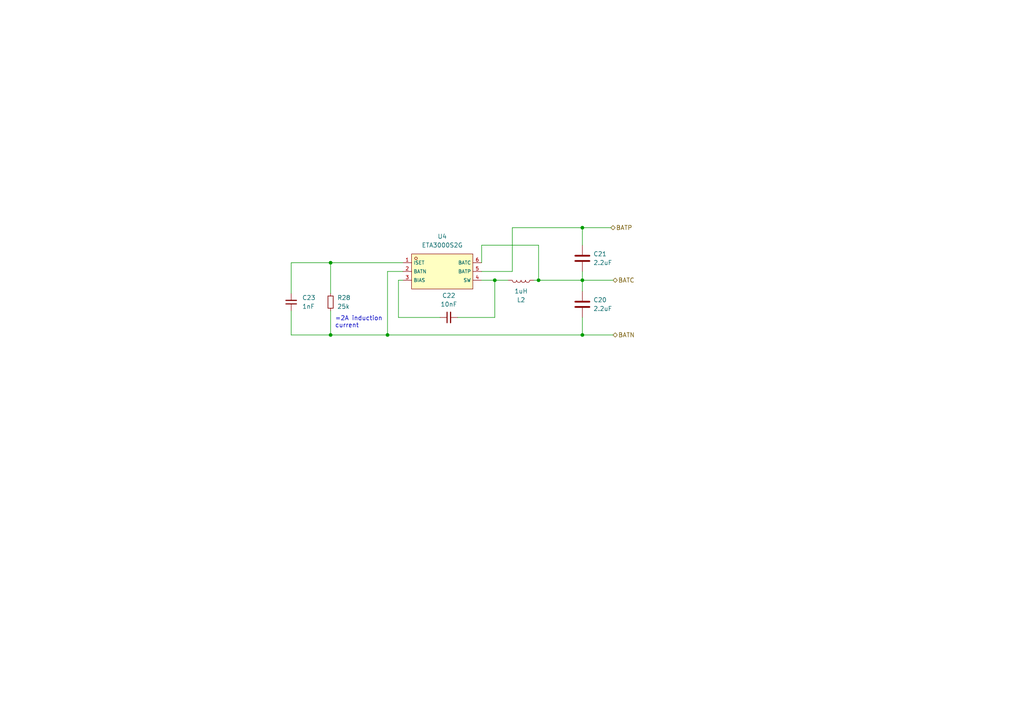
<source format=kicad_sch>
(kicad_sch (version 20230121) (generator eeschema)
  (paper "A4")
  (lib_symbols
    (symbol "Device:C" (pin_numbers hide) (pin_names (offset 0.254))
      (property "Reference" "C" (at 0.635 2.54 0))
      (property "Value" "C" (at 0.635 -2.54 0))
      (symbol "C_0_1"
        (polyline (pts (xy -2.032 -0.762) (xy 2.032 -0.762)) (stroke (width 0.508)))
        (polyline (pts (xy -2.032 0.762) (xy 2.032 0.762)) (stroke (width 0.508)))
      )
      (symbol "C_1_1"
        (pin passive line (at 0 3.81 270) (length 2.794) (name "~") (number "1"))
        (pin passive line (at 0 -3.81 90) (length 2.794) (name "~") (number "2"))
      )
    )
    (symbol "Device:C_Small" (pin_numbers hide) (pin_names (offset 0.254) hide)
      (property "Reference" "C" (at 0.254 1.778 0))
      (property "Value" "C_Small" (at 0.254 -2.032 0))
      (symbol "C_Small_0_1"
        (polyline (pts (xy -1.524 -0.508) (xy 1.524 -0.508)) (stroke (width 0.3302)))
        (polyline (pts (xy -1.524 0.508) (xy 1.524 0.508)) (stroke (width 0.3048)))
      )
      (symbol "C_Small_1_1"
        (pin passive line (at 0 2.54 270) (length 2.032) (name "~") (number "1"))
        (pin passive line (at 0 -2.54 90) (length 2.032) (name "~") (number "2"))
      )
    )
    (symbol "Device:L" (pin_numbers hide) (pin_names (offset 1.016) hide)
      (property "Reference" "L" (at -1.27 0 90))
      (property "Value" "L" (at 1.905 0 90))
      (symbol "L_0_1"
        (arc (start 0 -2.54) (mid 0.6323 -1.905) (end 0 -1.27))
        (arc (start 0 -1.27) (mid 0.6323 -0.635) (end 0 0))
        (arc (start 0 0) (mid 0.6323 0.635) (end 0 1.27))
        (arc (start 0 1.27) (mid 0.6323 1.905) (end 0 2.54))
      )
      (symbol "L_1_1"
        (pin passive line (at 0 3.81 270) (length 1.27) (name "1") (number "1"))
        (pin passive line (at 0 -3.81 90) (length 1.27) (name "2") (number "2"))
      )
    )
    (symbol "Device:R_Small" (pin_numbers hide) (pin_names (offset 0.254) hide)
      (property "Reference" "R" (at 0.762 0.508 0))
      (property "Value" "R_Small" (at 0.762 -1.016 0))
      (symbol "R_Small_0_1"
        (rectangle (start -0.762 1.778) (end 0.762 -1.778) (stroke (width 0.2032)))
      )
      (symbol "R_Small_1_1"
        (pin passive line (at 0 2.54 270) (length 0.762) (name "~") (number "1"))
        (pin passive line (at 0 -2.54 90) (length 0.762) (name "~") (number "2"))
      )
    )
    (symbol "ETA3000:ETA3000S2G"
      (property "Reference" "U" (at 0 1.27 0))
      (property "Value" "ETA3000S2G" (at 0 -2.54 0))
      (symbol "ETA3000S2G_0_1"
        (rectangle (start -8.89 5.08) (end 8.89 -5.08) (fill (type background)))
        (circle (center -7.62 3.81) (radius 0.381) (fill (type background)))
        (pin unspecified line (at -11.43 2.54 0) (length 2.54) (name "ISET") (number "1"))
        (pin unspecified line (at -11.43 0 0) (length 2.54) (name "BATN") (number "2"))
        (pin unspecified line (at -11.43 -2.54 0) (length 2.54) (name "BIAS") (number "3"))
        (pin unspecified line (at 11.43 -2.54 180) (length 2.54) (name "SW") (number "4"))
        (pin unspecified line (at 11.43 0 180) (length 2.54) (name "BATP") (number "5"))
        (pin unspecified line (at 11.43 2.54 180) (length 2.54) (name "BATC") (number "6"))
      )
    )
  )
  (junction (at 112.395 97.155))
  (junction (at 95.885 76.2))
  (junction (at 95.885 97.155))
  (junction (at 143.51 81.28))
  (junction (at 168.91 66.04))
  (junction (at 168.91 97.155))
  (junction (at 168.91 81.28))
  (junction (at 156.21 81.28))
  (wire (pts (xy 116.84 81.28) (xy 115.57 81.28)))
  (wire (pts (xy 139.7 71.12) (xy 139.7 76.2)))
  (wire (pts (xy 116.84 76.2) (xy 95.885 76.2)))
  (wire (pts (xy 143.51 81.28) (xy 147.32 81.28)))
  (wire (pts (xy 115.57 92.075) (xy 127.635 92.075)))
  (wire (pts (xy 143.51 92.075) (xy 143.51 81.28)))
  (wire (pts (xy 148.59 78.74) (xy 148.59 66.04)))
  (wire (pts (xy 112.395 78.74) (xy 116.84 78.74)))
  (wire (pts (xy 168.91 66.04) (xy 168.91 71.12)))
  (wire (pts (xy 112.395 97.155) (xy 112.395 78.74)))
  (wire (pts (xy 84.455 97.155) (xy 95.885 97.155)))
  (wire (pts (xy 84.455 90.17) (xy 84.455 97.155)))
  (wire (pts (xy 168.91 81.28) (xy 168.91 78.74)))
  (wire (pts (xy 132.715 92.075) (xy 143.51 92.075)))
  (wire (pts (xy 139.7 78.74) (xy 148.59 78.74)))
  (wire (pts (xy 95.885 97.155) (xy 112.395 97.155)))
  (wire (pts (xy 156.21 81.28) (xy 168.91 81.28)))
  (wire (pts (xy 95.885 90.17) (xy 95.885 97.155)))
  (wire (pts (xy 156.21 71.12) (xy 139.7 71.12)))
  (wire (pts (xy 148.59 66.04) (xy 168.91 66.04)))
  (wire (pts (xy 95.885 76.2) (xy 95.885 85.09)))
  (wire (pts (xy 177.8 81.28) (xy 168.91 81.28)))
  (wire (pts (xy 95.885 76.2) (xy 84.455 76.2)))
  (wire (pts (xy 84.455 76.2) (xy 84.455 85.09)))
  (wire (pts (xy 177.165 66.04) (xy 168.91 66.04)))
  (wire (pts (xy 156.21 81.28) (xy 156.21 71.12)))
  (wire (pts (xy 177.8 97.155) (xy 168.91 97.155)))
  (wire (pts (xy 115.57 81.28) (xy 115.57 92.075)))
  (wire (pts (xy 168.91 81.28) (xy 168.91 84.455)))
  (wire (pts (xy 139.7 81.28) (xy 143.51 81.28)))
  (wire (pts (xy 112.395 97.155) (xy 168.91 97.155)))
  (wire (pts (xy 154.94 81.28) (xy 156.21 81.28)))
  (wire (pts (xy 168.91 97.155) (xy 168.91 92.075)))
  (text "=2A induction\ncurrent" (at 97.155 95.25 0) (effects (font (size 1.27 1.27)) (justify left bottom)))
  (hierarchical_label "BATC" (shape bidirectional) (at 177.8 81.28 0))
  (hierarchical_label "BATN" (shape bidirectional) (at 177.8 97.155 0))
  (hierarchical_label "BATP" (shape bidirectional) (at 177.165 66.04 0))
  (symbol (lib_id "Device:C_Small") (at 130.175 92.075 90) (unit 1)
    (property "Reference" "C22" (at 130.1813 85.725 90))
    (property "Value" "10nF" (at 130.1813 88.265 90))
    (property "Footprint" "Capacitor_SMD:C_0805_2012Metric" (effects hide))
  )
  (symbol (lib_id "Device:R_Small") (at 95.885 87.63 0) (unit 1)
    (property "Reference" "R28" (at 97.79 86.36 0) (effects (justify left)))
    (property "Value" "25k" (at 97.79 88.9 0) (effects (justify left)))
    (property "Footprint" "Resistor_SMD:R_0805_2012Metric" (effects hide))
  )
  (symbol (lib_id "Device:L") (at 151.13 81.28 90) (mirror x) (unit 1)
    (property "Reference" "L2" (at 151.13 86.995 90))
    (property "Value" "1uH" (at 151.13 84.455 90))
    (property "Footprint" "Inductor_SMD:L_Bourns_SRP7028A_7.3x6.6mm" (effects hide))
  )
  (symbol (lib_id "Device:C") (at 168.91 88.265 0) (unit 1)
    (property "Reference" "C20" (at 172.085 86.995 0) (effects (justify left)))
    (property "Value" "2.2uF" (at 172.085 89.535 0) (effects (justify left)))
    (property "Footprint" "Capacitor_SMD:C_0805_2012Metric" (effects hide))
  )
  (symbol (lib_id "Device:C_Small") (at 84.455 87.63 180) (unit 1)
    (property "Reference" "C23" (at 87.63 86.3536 0) (effects (justify right)))
    (property "Value" "1nF" (at 87.63 88.8936 0) (effects (justify right)))
    (property "Footprint" "Capacitor_SMD:C_0805_2012Metric" (effects hide))
  )
  (symbol (lib_id "ETA3000:ETA3000S2G") (at 128.27 78.74 0) (unit 1)
    (property "Reference" "U4" (at 128.27 68.58 0))
    (property "Value" "ETA3000S2G" (at 128.27 71.12 0))
    (property "Footprint" "Package_TO_SOT_SMD:SOT-23-6" (effects hide))
    (property "Datasheet" "https://atta.szlcsc.com/upload/public/pdf/source/20191209/C468225_F5C4BE1FF1893F617C569592E38D23FF.pdf" (effects hide))
    (property "LCSC" "C2928155" (effects hide))
  )
  (symbol (lib_id "Device:C") (at 168.91 74.93 0) (unit 1)
    (property "Reference" "C21" (at 172.085 73.66 0) (effects (justify left)))
    (property "Value" "2.2uF" (at 172.085 76.2 0) (effects (justify left)))
    (property "Footprint" "Capacitor_SMD:C_0805_2012Metric" (effects hide))
  )
)
</source>
